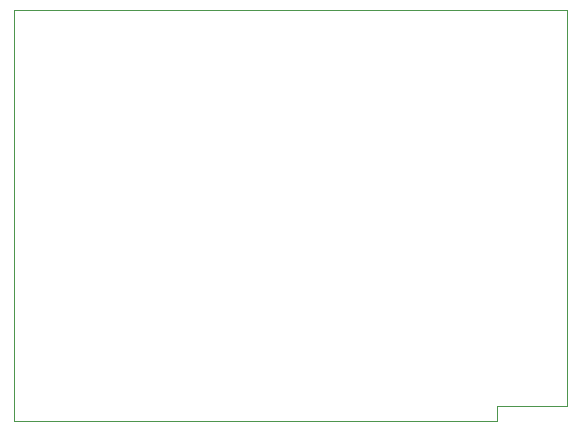
<source format=gbr>
G04 #@! TF.GenerationSoftware,KiCad,Pcbnew,(5.1.5)-3*
G04 #@! TF.CreationDate,2020-06-04T21:55:03-04:00*
G04 #@! TF.ProjectId,SmartWatch V4,536d6172-7457-4617-9463-682056342e6b,rev?*
G04 #@! TF.SameCoordinates,Original*
G04 #@! TF.FileFunction,Profile,NP*
%FSLAX46Y46*%
G04 Gerber Fmt 4.6, Leading zero omitted, Abs format (unit mm)*
G04 Created by KiCad (PCBNEW (5.1.5)-3) date 2020-06-04 21:55:03*
%MOMM*%
%LPD*%
G04 APERTURE LIST*
%ADD10C,0.050000*%
G04 APERTURE END LIST*
D10*
X164100000Y-97200000D02*
X123200000Y-97200000D01*
X164100000Y-97000000D02*
X164100000Y-97200000D01*
X164100000Y-95900000D02*
X164100000Y-97000000D01*
X170000000Y-95900000D02*
X164100000Y-95900000D01*
X170000000Y-62400000D02*
X170000000Y-95900000D01*
X128200000Y-62400000D02*
X133400000Y-62400000D01*
X133400000Y-62400000D02*
X170000000Y-62400000D01*
X123200000Y-62400000D02*
X128200000Y-62400000D01*
X123200000Y-62400000D02*
X123200000Y-97200000D01*
M02*

</source>
